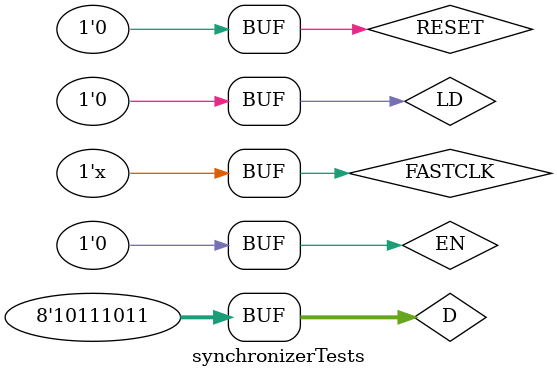
<source format=v>
`timescale 1 ns / 1 ns
`include "../../constants.v"
`include "../../testSetup.v"


module synchronizerTests;
	
	reg         SLOWCLK;
	reg         RESET;
	reg         FASTCLK;
	reg         EN;
	reg         LD;
	reg  [7:0] D;
	wire [7:0] Q;
	
synchronizer testArticle(

	.SLOWCLK(SLOWCLK),
	.FASTCLK(FASTCLK),
	.RESET(RESET),
	.EN(EN),
	.LD(LD),
	.D(D),
	.Q(Q)
);

reg [2:0] phi;

always begin
	// Fast clock
	#50 FASTCLK = ~FASTCLK;
end

always @(posedge FASTCLK) begin
	phi <= phi + 1;
	if(phi == 3'b000) begin
		SLOWCLK <= ~SLOWCLK;
	end
end

initial begin
	
	phi = 3'b000;
	
	FASTCLK = 0;
	SLOWCLK = 0;
	RESET = 0;
	EN = 0;
	LD = 0;
	D = 8'h00;
	#100;
	RESET = 1;
	#100;
	RESET = 0;
	#500;
	D = 8'haa;
	#500;
	EN = 1;
	#3000;
	LD = 1;
	#1000;
	D = 8'hbb;
	#2000;
	EN = 0;
	#3000;
	LD = 0;
	#3000;

end

endmodule
</source>
